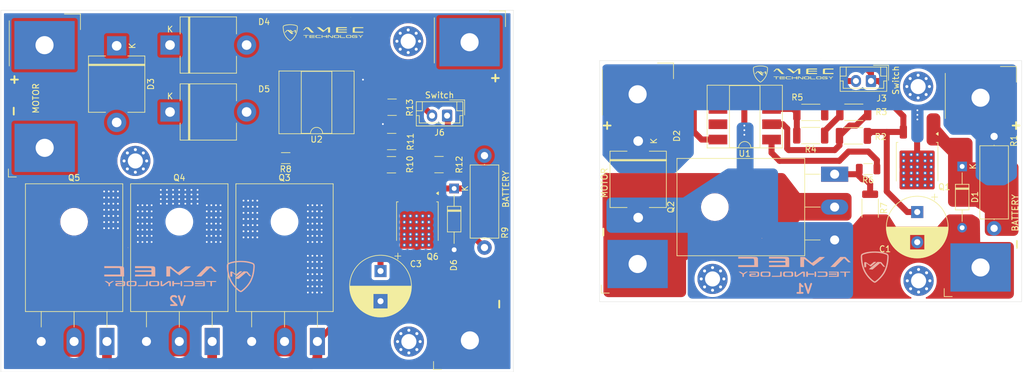
<source format=kicad_pcb>
(kicad_pcb (version 20240108) (generator "pcbnew") (generator_version "8.0")
  (layers (0 "F.Cu" signal) (31 "B.Cu" signal) (34 "B.Paste" user) (35 "F.Paste" user) (36 "B.SilkS" user "B.Silkscreen") (37 "F.SilkS" user "F.Silkscreen") (38 "B.Mask" user) (39 "F.Mask" user) (44 "Edge.Cuts" user))
  (net 0 "")
  (net 1 "GND")
  (net 2 "Net-(J3-Pin_1)")
  (net 3 "Net-(Q6-S)")
  (net 4 "GND1")
  (net 5 "Net-(D1-K)")
  (net 6 "Net-(D2-K)")
  (net 7 "Net-(D3-A)")
  (net 8 "Net-(D3-K)")
  (net 9 "Net-(D4-A)")
  (net 10 "VCC")
  (net 11 "Net-(J2-Pin_1)")
  (net 12 "Net-(J3-Pin_2)")
  (net 13 "Net-(J6-Pin_1)")
  (net 14 "Net-(J6-Pin_2)")
  (net 15 "Net-(Q2-G)")
  (net 16 "Net-(Q3-G)")
  (net 17 "Net-(U1A--)")
  (net 18 "Net-(R3-Pad2)")
  (net 19 "Net-(U1A-+)")
  (net 20 "Net-(R6-Pad1)")
  (net 21 "Net-(R8-Pad1)")
  (net 22 "Net-(U2A--)")
  (footprint "Resistor_SMD:R_1210_3225Metric" (layer "F.Cu") (at 129.704 78.354)
    (property "Reference" "R12")
    (property "Value" "10K" (hide yes))
  )
  (footprint "LOGO" (layer "F.Cu") (at 110.49 55.88)
    (property "Reference" "G***" (hide yes))
    (property "Value" "LOGO" (hide yes))
  )
  (footprint "Diode_THT:D_P600_R-6_P12.70mm_Horizontal" (layer "F.Cu") (at 162.734 74.448 -90)
    (property "Reference" "D2")
    (property "Value" "6A4 MIC" (hide yes))
  )
  (footprint "Resistor_SMD:R_2010_5025Metric" (layer "F.Cu") (at 201.204 85.5805 -90)
    (property "Reference" "R7")
    (property "Value" "10K")
  )
  (footprint "MountingHole:MountingHole_2.5mm_Pad_Via" (layer "F.Cu") (at 209.164 65.408 180)
    (property "Reference" "H1" (hide yes))
    (property "Value" "MountingHole" (hide yes))
  )
  (footprint "Package_DIP:DIP-8_W8.89mm_SMDSocket_LongPads" (layer "F.Cu") (at 180.409 70.388 180)
    (property "Reference" "U1")
    (property "Value" "LM358_DFN" (hide yes))
  )
  (footprint "Package_TO_SOT_SMD:TO-252-3_TabPin2" (layer "F.Cu") (at 208.994 77.978 -90)
    (property "Reference" "Q1")
    (property "Value" "IKFW60N60CH3E" (hide yes))
  )
  (footprint "MountingHole:MountingHole_2.5mm_Pad_Via" (layer "F.Cu") (at 175.068175 97.312175 180)
    (property "Reference" "H2" (hide yes))
    (property "Value" "MountingHole" (hide yes))
  )
  (footprint "Resistor_SMD:R_1206_3216Metric" (layer "F.Cu") (at 200.864 79.098 180)
    (property "Reference" "R6")
    (property "Value" "1.2K" (hide yes))
  )
  (footprint "Resistor_SMD:R_2010_5025Metric" (layer "F.Cu") (at 198.429 73.588 180)
    (property "Reference" "R2")
    (property "Value" "10K" (hide yes))
  )
  (footprint "Connector_PinSocket_2.54mm:PinSocket_1x02_P2.54mm_Vertical" (layer "F.Cu") (at 220.114 93.088 180)
    (property "Reference" "J1" (hide yes))
    (property "Value" "BATTERY")
  )
  (footprint "Package_TO_SOT_THT:TO-247-3_Horizontal_TabUp" (layer "F.Cu") (at 195.314 79.948 -90)
    (property "Reference" "Q2")
    (property "Value" "IRFP250N")
  )
  (footprint "Connector_JST:JST_EH_B2B-EH-A_1x02_P2.50mm_Vertical" (layer "F.Cu") (at 131.044 70.234 180)
    (property "Reference" "J6")
    (property "Value" "Switch")
  )
  (footprint "Connector_PinSocket_2.54mm:PinSocket_1x02_P2.54mm_Vertical" (layer "F.Cu") (at 134.699 95.704 180)
    (property "Reference" "J5" (hide yes))
    (property "Value" "BATTERY")
  )
  (footprint "Capacitor_THT:CP_Radial_D10.0mm_P5.00mm" (layer "F.Cu") (at 120.004 96.004 -90)
    (property "Reference" "C3")
    (property "Value" "470uf")
  )
  (footprint "Package_TO_SOT_SMD:TO-252-3_TabPin2" (layer "F.Cu") (at 126.1215 87.834 -90)
    (property "Reference" "Q6")
    (property "Value" "IKFW60N60CH3E" (hide yes))
  )
  (footprint "LOGO" (layer "F.Cu") (at 188.468 62.738)
    (property "Reference" "G***" (hide yes))
    (property "Value" "LOGO" (hide yes))
  )
  (footprint "Resistor_THT:R_Axial_DIN0414_L11.9mm_D4.5mm_P15.24mm_Horizontal" (layer "F.Cu") (at 137.244 76.864 -90)
    (property "Reference" "R9")
    (property "Value" "100k" (hide yes))
  )
  (footprint "Package_TO_SOT_THT:TO-247-3_Horizontal_TabUp" (layer "F.Cu") (at 74.634 107.684 180)
    (property "Reference" "Q5")
    (property "Value" "IRFP250N")
  )
  (footprint "Resistor_SMD:R_1210_3225Metric" (layer "F.Cu") (at 121.814 78.374 180)
    (property "Reference" "R10")
    (property "Value" "10K" (hide yes))
  )
  (footprint "Capacitor_THT:CP_Radial_D10.0mm_P5.00mm" (layer "F.Cu") (at 209.014 86.218 -90)
    (property "Reference" "C1")
    (property "Value" "1000UF")
  )
  (footprint "Diode_THT:D_DO-35_SOD27_P10.16mm_Horizontal" (layer "F.Cu") (at 216.464 78.658 -90)
    (property "Reference" "D1")
    (property "Value" "1N4745A" (hide yes))
  )
  (footprint "Diode_THT:D_P600_R-6_P12.70mm_Horizontal" (layer "F.Cu") (at 85.094 58.524)
    (property "Reference" "D4")
    (property "Value" "6A4 MIC")
  )
  (footprint "Diode_THT:D_DO-35_SOD27_P10.16mm_Horizontal" (layer "F.Cu") (at 132.214 82.314 -90)
    (property "Reference" "D6")
    (property "Value" "1N4745A" (hide yes))
  )
  (footprint "MountingHole:MountingHole_2.5mm_Pad_Via" (layer "F.Cu") (at 124.594 57.894 180)
    (property "Reference" "H5" (hide yes))
    (property "Value" "MountingHole" (hide yes))
  )
  (footprint "Connector_PinSocket_2.54mm:PinSocket_1x02_P2.54mm_Vertical" (layer "F.Cu") (at 161.9915 82.588 180)
    (property "Reference" "J2" (hide yes))
    (property "Value" "MOTOR")
  )
  (footprint "Connector_PinSocket_2.54mm:PinSocket_1x02_P2.54mm_Vertical" (layer "F.Cu") (at 64.4565 75.544 180)
    (property "Reference" "J4" (hide yes))
    (property "Value" "MOTOR")
  )
  (footprint "Diode_THT:D_P600_R-6_P12.70mm_Horizontal" (layer "F.Cu") (at 85.094 69.624)
    (property "Reference" "D5")
    (property "Value" "6A4 MIC")
  )
  (footprint "MountingHole:MountingHole_2.5mm_Pad_Via" (layer "F.Cu") (at 209.239 97.618 180)
    (property "Reference" "H3" (hide yes))
    (property "Value" "MountingHole" (hide yes))
  )
  (footprint "Resistor_SMD:R_1206_3216Metric" (layer "F.Cu") (at 104.279 77.284 180)
    (property "Reference" "R8")
    (property "Value" "330ohm")
  )
  (footprint "Package_TO_SOT_THT:TO-247-3_Horizontal_TabUp" (layer "F.Cu") (at 109.534 107.684 180)
    (property "Reference" "Q3")
    (property "Value" "IRFP250N")
  )
  (footprint "Diode_THT:D_P600_R-6_P12.70mm_Horizontal" (layer "F.Cu") (at 76.244 58.654 -90)
    (property "Reference" "D3")
    (property "Value" "6A4 MIC")
  )
  (footprint "Resistor_SMD:R_1210_3225Metric" (layer "F.Cu") (at 121.8515 74.524 180)
    (property "Reference" "R11")
    (property "Value" "10k" (hide yes))
  )
  (footprint "Resistor_SMD:R_2010_5025Metric" (layer "F.Cu") (at 191.349 73.538 180)
    (property "Reference" "R4")
    (property "Value" "10K" (hide yes))
  )
  (footprint "Connector_JST:JST_EH_B2B-EH-A_1x02_P2.50mm_Vertical" (layer "F.Cu") (at 201.344 64.488 180)
    (property "Reference" "J3")
    (property "Value" "Switch")
  )
  (footprint "Resistor_THT:R_Axial_DIN0414_L11.9mm_D4.5mm_P15.24mm_Horizontal" (layer "F.Cu") (at 221.764 73.678 -90)
    (property "Reference" "R1")
    (property "Value" "100k")
  )
  (footprint "MountingHole:MountingHole_2.5mm_Pad_Via" (layer "F.Cu") (at 124.704 107.704 180)
    (property "Reference" "H6" (hide yes))
    (property "Value" "MountingHole" (hide yes))
  )
  (footprint "Resistor_SMD:R_2010_5025Metric" (layer "F.Cu") (at 198.4915 69.678 180)
    (property "Reference" "R3")
    (property "Value" "1K" (hide yes))
  )
  (footprint "Resistor_SMD:R_1210_3225Metric" (layer "F.Cu") (at 121.92 68.834 180)
    (property "Reference" "R13")
    (property "Value" "2.2k" (hide yes))
  )
  (footprint "MountingHole:MountingHole_2.5mm_Pad_Via" (layer "F.Cu") (at 79.344 77.744 180)
    (property "Reference" "H7" (hide yes))
    (property "Value" "MountingHole" (hide yes))
  )
  (footprint "Package_DIP:DIP-8_W8.89mm_SMDSocket_LongPads" (layer "F.Cu") (at 109.394 68.034 180)
    (property "Reference" "U2")
    (property "Value" "LM358_DFN")
  )
  (footprint "Package_TO_SOT_THT:TO-247-3_Horizontal_TabUp" (layer "F.Cu") (at 92.084 107.684 180)
    (property "Reference" "Q4")
    (property "Value" "IRFP250N")
  )
  (footprint "Resistor_SMD:R_2010_5025Metric" (layer "F.Cu") (at 191.359 69.698)
    (property "Reference" "R5")
    (property "Value" "2.2K" (hide yes))
  )
  (footprint "LOGO" (layer "B.Cu") (at 86.634 95.794 180)
    (property "Reference" "G***" (hide yes))
    (property "Value" "LOGO" (hide yes))
  )
  (footprint "LOGO" (layer "B.Cu") (at 191.77 94.234 180)
    (property "Reference" "G***" (hide yes))
    (property "Value" "LOGO" (hide yes))
  )
  (gr_rect (start 57.054 52.754) (end 142.054 112.754) (stroke (width 0.05)) (fill none) (layer "Edge.Cuts"))
  (gr_rect (start 156.324 61.098) (end 226.324 101.098) (stroke (width 0.05)) (fill none) (layer "Edge.Cuts"))
  (gr_text "V1" (at 191.77 99.822 0) (layer "B.SilkS") (effects (font (size 1.5 1.5) (thickness 0.3) (bold yes)) (justify left bottom mirror)))
  (gr_text "V2" (at 87.884 101.854 0) (layer "B.SilkS") (effects (font (size 1.5 1.5) (thickness 0.3) (bold yes)) (justify left bottom mirror)))
  (gr_text "+" (at 137.922 64.77 0) (layer "F.SilkS") (effects (font (size 1.5 1.5) (thickness 0.3) (bold yes)) (justify left bottom)))
  (gr_text "-" (at 140.462 102.616 90) (layer "F.SilkS") (effects (font (size 1.5 1.5) (thickness 0.3) (bold yes)) (justify left bottom)))
  (gr_text "+" (at 224.282 72.644 0) (layer "F.SilkS") (effects (font (size 1.5 1.5) (thickness 0.3) (bold yes)) (justify left bottom)))
  (gr_text "-" (at 157.734 90.678 90) (layer "F.SilkS") (effects (font (size 1.5 1.5) (thickness 0.3) (bold yes)) (justify left bottom)))
  (gr_text "-" (at 59.944 70.612 90) (layer "F.SilkS") (effects (font (size 1.5 1.5) (thickness 0.3) (bold yes)) (justify left bottom)))
  (gr_text "+" (at 156.464 72.644 0) (layer "F.SilkS") (effects (font (size 1.5 1.5) (thickness 0.3) (bold yes)) (justify left bottom)))
  (gr_text "+" (at 58.166 65.024 0) (layer "F.SilkS") (effects (font (size 1.5 1.5) (thickness 0.3) (bold yes)) (justify left bottom)))
  (gr_text "-" (at 226.314 92.71 90) (layer "F.SilkS") (effects (font (size 1.5 1.5) (thickness 0.3) (bold yes)) (justify left bottom)))
  (segment (start 180.34 72.644) (end 180.34 73.406) (width 1) (layer "F.Cu") (net 1))
  (segment (start 182.596 66.578) (end 180.848 68.326) (width 1) (layer "F.Cu") (net 1))
  (segment (start 180.848 68.326) (end 181.102 68.072) (width 1) (layer "F.Cu") (net 1))
  (segment (start 180.34 71.882) (end 180.34 72.644) (width 1) (layer "F.Cu") (net 1))
  (segment (start 180.34 68.834) (end 180.34 71.882) (width 1) (layer "F.Cu") (net 1))
  (segment (start 181.102 68.072) (end 180.34 68.834) (width 1) (layer "F.Cu") (net 1))
  (segment (start 184.854 66.578) (end 182.596 66.578) (width 1) (layer "F.Cu") (net 1))
  (via (at 180.34 73.406) (size 0.6) (drill 0.3) (layers "F.Cu" "B.Cu") (net 1))
  (via (at 180.34 71.882) (size 0.6) (drill 0.3) (layers "F.Cu" "B.Cu") (net 1))
  (via (at 180.34 72.644) (size 0.6) (drill 0.3) (layers "F.Cu" "B.Cu") (net 1))
  (segment (start 171.958 72.898) (end 171.958 65.024) (width 1) (layer "F.Cu") (net 2))
  (segment (start 204.216 67.818) (end 206.714 70.316) (width 1) (layer "F.Cu") (net 2))
  (segment (start 202.664 64.488) (end 204.216 66.04) (width 1) (layer "F.Cu") (net 2))
  (segment (start 174.498 62.484) (end 200.66 62.484) (width 1) (layer "F.Cu") (net 2))
  (segment (start 201.3915 72.938) (end 203.962 72.938) (width 1) (layer "F.Cu") (net 2))
  (segment (start 175.964 74.198) (end 173.258 74.198) (width 1) (layer "F.Cu") (net 2))
  (segment (start 203.962 72.938) (end 206.714 72.938) (width 1) (layer "F.Cu") (net 2))
  (segment (start 200.7415 73.588) (end 201.3915 72.938) (width 1) (layer "F.Cu") (net 2))
  (segment (start 173.258 74.198) (end 171.958 72.898) (width 1) (layer "F.Cu") (net 2))
  (segment (start 207.376 86.218) (end 203.962 82.804) (width 1) (layer "F.Cu") (net 2))
  (segment (start 203.962 82.804) (end 203.962 72.938) (width 1) (layer "F.Cu") (net 2))
  (segment (start 171.958 65.024) (end 174.498 62.484) (width 1) (layer "F.Cu") (net 2))
  (segment (start 200.66 62.484) (end 201.344 63.168) (width 1) (layer "F.Cu") (net 2))
  (segment (start 201.344 64.488) (end 202.664 64.488) (width 1) (layer "F.Cu") (net 2))
  (segment (start 206.714 70.316) (end 206.714 72.938) (width 1) (layer "F.Cu") (net 2))
  (segment (start 204.216 66.04) (end 204.216 67.818) (width 1) (layer "F.Cu") (net 2))
  (segment (start 209.014 86.218) (end 207.376 86.218) (width 1) (layer "F.Cu") (net 2))
  (segment (start 201.344 63.168) (end 201.344 64.488) (width 1) (layer "F.Cu") (net 2))
  (segment (start 123.8415 82.794) (end 121.168 82.794) (width 1) (layer "F.Cu") (net 3))
  (segment (start 121.168 82.794) (end 120.004 83.958) (width 1) (layer "F.Cu") (net 3))
  (segment (start 120.004 83.958) (end 120.004 96.004) (width 1) (layer "F.Cu") (net 3))
  (segment (start 120.4575 68.834) (end 120.4575 71.5665) (width 1) (layer "F.Cu") (net 4))
  (segment (start 120.4575 74.4555) (end 120.389 74.524) (width 1) (layer "F.Cu") (net 4))
  (segment (start 113.839 64.224) (end 117.056 64.224) (width 1) (layer "F.Cu") (net 4))
  (segment (start 120.396 71.628) (end 120.4575 71.6895) (width 1) (layer "F.Cu") (net 4))
  (segment (start 120.4575 71.6895) (end 120.4575 74.4555) (width 1) (layer "F.Cu") (net 4))
  (segment (start 117.056 64.224) (end 117.094 64.262) (width 1) (layer "F.Cu") (net 4))
  (segment (start 120.4575 71.5665) (end 120.396 71.628) (width 1) (layer "F.Cu") (net 4))
  (via (at 79.756 91.186) (size 0.6) (drill 0.3) (layers "F.Cu" "B.Cu") (net 4))
  (via (at 108.712 93.472) (size 0.6) (drill 0.3) (layers "F.Cu" "B.Cu") (net 4))
  (via (at 74.168 85.852) (size 0.6) (drill 0.3) (layers "F.Cu" "B.Cu") (net 4))
  (via (at 99.568 89.408) (size 0.6) (drill 0.3) (layers "F.Cu" "B.Cu") (net 4))
  (via (at 84.582 84.836) (size 0.6) (drill 0.3) (layers "F.Cu" "B.Cu") (net 4))
  (via (at 107.95 93.472) (size 0.6) (drill 0.3) (layers "F.Cu" "B.Cu") (net 4))
  (via (at 108.712 98.552) (size 0.6) (drill 0.3) (layers "F.Cu" "B.Cu") (net 4))
  (via (at 107.95 98.552) (size 0.6) (drill 0.3) (layers "F.Cu" "B.Cu") (net 4))
  (via (at 92.71 89.154) (size 0.6) (drill 0.3) (layers "F.Cu" "B.Cu") (net 4))
  (via (at 89.662 84.836) (size 0.6) (drill 0.3) (layers "F.Cu" "B.Cu") (net 4))
  (via (at 109.474 85.09) (size 0.6) (drill 0.3) (layers "F.Cu" "B.Cu") (net 4))
  (via (at 107.95 96.52) (size 0.6) (drill 0.3) (layers "F.Cu" "B.Cu") (net 4))
  (via (at 98.044 84.328) (size 0.6) (drill 0.3) (layers "F.Cu" "B.Cu") (net 4))
  (via (at 109.474 88.138) (size 0.6) (drill 0.3) (layers "F.Cu" "B.Cu") (net 4))
  (via (at 88.646 83.312) (size 0.6) (drill 0.3) (layers "F.Cu" "B.Cu") (net 4))
  (via (at 75.692 85.852) (size 0.6) (drill 0.3) (layers "F.Cu" "B.Cu") (net 4))
  (via (at 107.95 87.122) (size 0.6) (drill 0.3) (layers "F.Cu" "B.Cu") (net 4))
  (via (at 82.042 89.154) (size 0.6) (drill 0.3) (layers "F.Cu" "B.Cu") (net 4))
  (via (at 99.568 90.424) (size 0.6) (drill 0.3) (layers "F.Cu" "B.Cu") (net 4))
  (via (at 80.518 89.154) (size 0.6) (drill 0.3) (layers "F.Cu" "B.Cu") (net 4))
  (via (at 80.518 91.186) (size 0.6) (drill 0.3) (layers "F.Cu" "B.Cu") (net 4))
  (via (at 109.474 98.552) (size 0.6) (drill 0.3) (layers "F.Cu" "B.Cu") (net 4))
  (via (at 74.93 86.868) (size 0.6) (drill 0.3) (layers "F.Cu" "B.Cu") (net 4))
  (via (at 79.756 86.106) (size 0.6) (drill 0.3) (layers "F.Cu" "B.Cu") (net 4))
  (via (at 99.568 84.328) (size 0.6) (drill 0.3) (layers "F.Cu" "B.Cu") (net 4))
  (via (at 108.712 85.09) (size 0.6) (drill 0.3) (layers "F.Cu" "B.Cu") (net 4))
  (via (at 110.236 93.472) (size 0.6) (drill 0.3) (layers "F.Cu" "B.Cu") (net 4))
  (via (at 74.168 86.868) (size 0.6) (drill 0.3) (layers "F.Cu" "B.Cu") (net 4))
  (via (at 110.236 99.568) (size 0.6) (drill 0.3) (layers "F.Cu" "B.Cu") (net 4))
  (via (at 89.662 84.074) (size 0.6) (drill 0.3) (layers "F.Cu" "B.Cu") (net 4))
  (via (at 81.28 86.106) (size 0.6) (drill 0.3) (layers "F.Cu" "B.Cu") (net 4))
  (via (at 97.282 87.376) (size 0.6) (drill 0.3) (layers "F.Cu" "B.Cu") (net 4))
  (via (at 74.93 85.852) (size 0.6) (drill 0.3) (layers "F.Cu" "B.Cu") (net 4))
  (via (at 98.806 89.408) (size 0.6) (drill 0.3) (layers "F.Cu" "B.Cu") (net 4))
  (via (at 97.282 89.408) (size 0.6) (drill 0.3) (layers "F.Cu" "B.Cu") (net 4))
  (via (at 88.646 84.074) (size 0.6) (drill 0.3) (layers "F.Cu" "B.Cu") (net 4))
  (via (at 97.282 86.36) (size 0.6) (drill 0.3) (layers "F.Cu" "B.Cu") (net 4))
  (via (at 91.948 89.154) (size 0.6) (drill 0.3) (layers "F.Cu" "B.Cu") (net 4))
  (via (at 74.93 82.804) (size 0.6) (drill 0.3) (layers "F.Cu" "B.Cu") (net 4))
  (via (at 75.692 87.884) (size 0.6) (drill 0.3) (layers "F.Cu" "B.Cu") (net 4))
  (via (at 110.236 97.536) (size 0.6) (drill 0.3) (layers "F.Cu" "B.Cu") (net 4))
  (via (at 99.568 87.376) (size 0.6) (drill 0.3) (layers "F.Cu" "B.Cu") (net 4))
  (via (at 83.566 83.312) (size 0.6) (drill 0.3) (layers "F.Cu" "B.Cu") (net 4))
  (via (at 109.474 97.536) (size 0.6) (drill 0.3) (layers "F.Cu" "B.Cu") (net 4))
  (via (at 86.614 84.836) (size 0.6) (drill 0.3) (layers "F.Cu" "B.Cu") (net 4))
  (via (at 91.948 90.17) (size 0.6) (drill 0.3) (layers "F.Cu" "B.Cu") (net 4))
  (via (at 108.712 97.536) (size 0.6) (drill 0.3) (layers "F.Cu" "B.Cu") (net 4))
  (via (at 98.806 84.328) (size 0.6) (drill 0.3) (layers "F.Cu" "B.Cu") (net 4))
  (via (at 82.042 90.17) (size 0.6) (drill 0.3) (layers "F.Cu" "B.Cu") (net 4))
  (via (at 79.756 90.17) (size 0.6) (drill 0.3) (layers "F.Cu" "B.Cu") (net 4))
  (via (at 117.094 64.262) (size 0.6) (drill 0.3) (layers "F.Cu" "B.Cu") (net 4))
  (via (at 74.168 82.804) (size 0.6) (drill 0.3) (layers "F.Cu" "B.Cu") (net 4))
  (via (at 74.93 87.884) (size 0.6) (drill 0.3) (layers "F.Cu" "B.Cu") (net 4))
  (via (at 82.042 86.106) (size 0.6) (drill 0.3) (layers "F.Cu" "B.Cu") (net 4))
  (via (at 108.712 94.488) (size 0.6) (drill 0.3) (layers "F.Cu" "B.Cu") (net 4))
  (via (at 86.614 82.55) (size 0.6) (drill 0.3) (layers "F.Cu" "B.Cu") (net 4))
  (via (at 108.712 95.504) (size 0.6) (drill 0.3) (layers "F.Cu" "B.Cu") (net 4))
  (via (at 74.168 87.884) (size 0.6) (drill 0.3) (layers "F.Cu" "B.Cu") (net 4))
  (via (at 76.454 84.836) (size 0.6) (drill 0.3) (layers "F.Cu" "B.Cu") (net 4))
  (via (at 110.236 96.52) (size 0.6) (drill 0.3) (layers "F.Cu" "B.Cu") (net 4))
  (via (at 93.472 88.138) (size 0.6) (drill 0.3) (layers "F.Cu" "B.Cu") (net 4))
  (via (at 98.044 85.344) (size 0.6) (drill 0.3) (layers "F.Cu" "B.Cu") (net 4))
  (via (at 91.186 88.138) (size 0.6) (drill 0.3) (layers "F.Cu" "B.Cu") (net 4))
  (via (at 109.474 86.106) (size 0.6) (drill 0.3) (layers "F.Cu" "B.Cu") (net 4))
  (via (at 97.282 84.328) (size 0.6) (drill 0.3) (layers "F.Cu" "B.Cu") (net 4))
  (via (at 85.598 83.312) (size 0.6) (drill 0.3) (layers "F.Cu" "B.Cu") (net 4))
  (via (at 110.236 94.488) (size 0.6) (drill 0.3) (layers "F.Cu" "B.Cu") (net 4))
  (via (at 108.712 89.154) (size 0.6) (drill 0.3) (layers "F.Cu" "B.Cu") (net 4))
  (via (at 98.806 90.424) (size 0.6) (drill 0.3) (layers "F.Cu" "B.Cu") (net 4))
  (via (at 98.044 86.36) (size 0.6) (drill 0.3) (layers "F.Cu" "B.Cu") (net 4))
  (via (at 107.95 97.536) (size 0.6) (drill 0.3) (layers "F.Cu" "B.Cu") (net 4))
  (via (at 109.474 96.52) (size 0.6) (drill 0.3) (layers "F.Cu" "B.Cu") (net 4))
  (via (at 79.756 88.138) (size 0.6) (drill 0.3) (layers "F.Cu" "B.Cu") (net 4))
  (via (at 92.71 91.186) (size 0.6) (drill 0.3) (layers "F.Cu" "B.Cu") (net 4))
  (via (at 107.95 99.568) (size 0.6) (drill 0.3) (layers "F.Cu" "B.Cu") (net 4))
  (via (at 108.712 91.186) (size 0.6) (drill 0.3) (layers "F.Cu" "B.Cu") (net 4))
  (via (at 109.474 89.154) (size 0.6) (drill 0.3) (layers "F.Cu" "B.Cu") (net 4))
  (via (at 98.806 85.344) (size 0.6) (drill 0.3) (layers "F.Cu" "B.Cu") (net 4))
  (via (at 110.236 91.186) (size 0.6) (drill 0.3) (layers "F.Cu" "B.Cu") (net 4))
  (via (at 92.71 87.122) (size 0.6) (drill 0.3) (layers "F.Cu" "B.Cu") (net 4))
  (via (at 75.692 88.9) (size 0.6) (drill 0.3) (layers "F.Cu" "B.Cu") (net 4))
  (via (at 120.396 71.628) (size 0.6) (drill 0.3) (layers "F.Cu" "B.Cu") (net 4))
  (via (at 82.042 85.09) (size 0.6) (drill 0.3) (layers "F.Cu" "B.Cu") (net 4))
  (via (at 110.236 95.504) (size 0.6) (drill 0.3) (layers "F.Cu" "B.Cu") (net 4))
  (via (at 99.568 85.344) (size 0.6) (drill 0.3) (layers "F.Cu" "B.Cu") (net 4))
  (via (at 98.044 89.408) (size 0.6) (drill 0.3) (layers "F.Cu" "B.Cu") (net 4))
  (via (at 82.042 87.122) (size 0.6) (drill 0.3) (layers "F.Cu" "B.Cu") (net 4))
  (via (at 109.474 99.568) (size 0.6) (drill 0.3) (layers "F.Cu" "B.Cu") (net 4))
  (via (at 109.474 94.488) (size 0.6) (drill 0.3) (layers "F.Cu" "B.Cu") (net 4))
  (via (at 81.28 85.09) (size 0.6) (drill 0.3) (layers "F.Cu" "B.Cu") (net 4))
  (via (at 107.95 89.154) (size 0.6) (drill 0.3) (layers "F.Cu" "B.Cu") (net 4))
  (via (at 74.93 84.836) (size 0.6) (drill 0.3) (layers "F.Cu" "B.Cu") (net 4))
  (via (at 81.28 89.154) (size 0.6) (drill 0.3) (layers "F.Cu" "B.Cu") (net 4))
  (via (at 80.518 88.138) (size 0.6) (drill 0.3) (layers "F.Cu" "B.Cu") (net 4))
  (via (at 110.236 89.154) (size 0.6) (drill 0.3) (layers "F.Cu" "B.Cu") (net 4))
  (via (at 74.93 88.9) (size 0.6) (drill 0.3) (layers "F.Cu" "B.Cu") (net 4))
  (via (at 74.168 84.836) (size 0.6) (drill 0.3) (layers "F.Cu" "B.Cu") (net 4))
  (via (at 80.518 85.09) (size 0.6) (drill 0.3) (layers "F.Cu" "B.Cu") (net 4))
  (via (at 76.454 85.852) (size 0.6) (drill 0.3) (layers "F.Cu" "B.Cu") (net 4))
  (via (at 108.712 96.52) (size 0.6) (drill 0.3) (layers "F.Cu" "B.Cu") (net 4))
  (via (at 85.598 82.55) (size 0.6) (drill 0.3) (layers "F.Cu" "B.Cu") (net 4))
  (via (at 93.472 85.09) (size 0.6) (drill 0.3) (layers "F.Cu" "B.Cu") (net 4))
  (via (at 98.806 88.392) (size 0.6) (drill 0.3) (layers "F.Cu" "B.Cu") (net 4))
  (via (at 88.646 84.836) (size 0.6) (drill 0.3) (layers "F.Cu" "B.Cu") (net 4))
  (via (at 107.95 85.09) (size 0.6) (drill 0.3) (layers "F.Cu" "B.Cu") (net 4))
  (via (at 97.282 90.424) (size 0.6) (drill 0.3) (layers "F.Cu" "B.Cu") (net 4))
  (via (at 76.454 86.868) (size 0.6) (drill 0.3) (layers "F.Cu" "B.Cu") (net 4))
  (via (at 97.282 85.344) (size 0.6) (drill 0.3) (layers "F.Cu" "B.Cu") (net 4))
  (via (at 108.712 99.568) (size 0.6) (drill 0.3) (layers "F.Cu" "B.Cu") (net 4))
  (via (at 87.63 84.836) (size 0.6) (drill 0.3) (layers "F.Cu" "B.Cu") (net 4))
  (via (at 97.282 88.392) (size 0.6) (drill 0.3) (layers "F.Cu" "B.Cu") (net 4))
  (via (at 86.614 84.074) (size 0.6) (drill 0.3) (layers "F.Cu" "B.Cu") (net 4))
  (via (at 107.95 95.504) (size 0.6) (drill 0.3) (layers "F.Cu" "B.Cu") (net 4))
  (via (at 81.28 88.138) (size 0.6) (drill 0.3) (layers "F.Cu" "B.Cu") (net 4))
  (via (at 75.692 86.868) (size 0.6) (drill 0.3) (layers "F.Cu" "B.Cu") (net 4))
  (via (at 83.566 84.836) (size 0.6) (drill 0.3) (layers "F.Cu" "B.Cu") (net 4))
  (via (at 107.95 86.106) (size 0.6) (drill 0.3) (layers "F.Cu" "B.Cu") (net 4))
  (via (at 84.582 82.55) (size 0.6) (drill 0.3) (layers "F.Cu" "B.Cu") (net 4))
  (via (at 110.236 88.138) (size 0.6) (drill 0.3) (layers "F.Cu" "B.Cu") (net 4))
  (via (at 76.454 83.82) (size 0.6) (drill 0.3) (layers "F.Cu" "B.Cu") (net 4))
  (via (at 80.518 90.17) (size 0.6) (drill 0.3) (layers "F.Cu" "B.Cu") (net 4))
  (via (at 110.236 85.09) (size 0.6) (drill 0.3) (layers "F.Cu" "B.Cu") (net 4))
  (via (at 98.806 86.36) (size 0.6) (drill 0.3) (layers "F.Cu" "B.Cu") (net 4))
  (via (at 110.236 90.17) (size 0.6) (drill 0.3) (layers "F.Cu" "B.Cu") (net 4))
  (via (at 92.71 88.138) (size 0.6) (drill 0.3) (layers "F.Cu" "B.Cu") (net 4))
  (via (at 80.518 86.106) (size 0.6) (drill 0.3) (layers "F.Cu" "B.Cu") (net 4))
  (via (at 87.63 83.312) (size 0.6) (drill 0.3) (layers "F.Cu" "B.Cu") (net 4))
  (via (at 89.662 83.312) (size 0.6) (drill 0.3) (layers "F.Cu" "B.Cu") (net 4))
  (via (at 75.692 84.836) (size 0.6) (drill 0.3) (layers "F.Cu" "B.Cu") (net 4))
  (via (at 91.186 85.09) (size 0.6) (drill 0.3) (layers "F.Cu" "B.Cu") (net 4))
  (via (at 88.646 82.55) (size 0.6) (drill 0.3) (layers "F.Cu" "B.Cu") (net 4))
  (via (at 91.948 91.186) (size 0.6) (drill 0.3) (layers "F.Cu" "B.Cu") (net 4))
  (via (at 83.566 84.074) (size 0.6) (drill 0.3) (layers "F.Cu" "B.Cu") (net 4))
  (via (at 98.806 87.376) (size 0.6) (drill 0.3) (layers "F.Cu" "B.Cu") (net 4))
  (via (at 91.186 87.122) (size 0.6) (drill 0.3) (layers "F.Cu" "B.Cu") (net 4))
  (via (at 91.948 85.09) (size 0.6) (drill 0.3) (layers "F.Cu" "B.Cu") (net 4))
  (via (at 75.692 82.804) (size 0.6) (drill 0.3) (layers "F.Cu" "B.Cu") (net 4))
  (via (at 91.948 87.122) (size 0.6) (drill 0.3) (layers "F.Cu" "B.Cu") (net 4))
  (via (at 107.95 94.488) (size 0.6) (drill 0.3) (layers "F.Cu" "B.Cu") (net 4))
  (via (at 81.28 87.122) (size 0.6) (drill 0.3) (layers "F.Cu" "B.Cu") (net 4))
  (via (at 92.71 85.09) (size 0.6) (drill 0.3) (layers "F.Cu" "B.Cu") (net 4))
  (via (at 81.28 90.17) (size 0.6) (drill 0.3) (layers "F.Cu" "B.Cu") (net 4))
  (via (at 93.472 91.186) (size 0.6) (drill 0.3) (layers "F.Cu" "B.Cu") (net 4))
  (via (at 99.568 88.392) (size 0.6) (drill 0.3) (layers "F.Cu" "B.Cu") (net 4))
  (via (at 91.948 88.138) (size 0.6) (drill 0.3) (layers "F.Cu" "B.Cu") (net 4))
  (via (at 91.186 91.186) (size 0.6) (drill 0.3) (layers "F.Cu" "B.Cu") (net 4))
  (via (at 92.71 90.17) (size 0.6) (drill 0.3) (layers "F.Cu" "B.Cu") (net 4))
  (via (at 93.472 87.122) (size 0.6) (drill 0.3) (layers "F.Cu" "B.Cu") (net 4))
  (via (at 93.472 89.154) (size 0.6) (drill 0.3) (layers "F.Cu" "B.Cu") (net 4))
  (via (at 109.474 93.472) (size 0.6) (drill 0.3) (layers "F.Cu" "B.Cu") (net 4))
  (via (at 98.044 88.392) (size 0.6) (drill 0.3) (layers "F.Cu" "B.Cu") (net 4))
  (via (at 74.93 83.82) (size 0.6) (drill 0.3) (layers "F.Cu" "B.Cu") (net 4))
  (via (at 85.598 84.074) (size 0.6) (drill 0.3) (layers "F.Cu" "B.Cu") (net 4))
  (via (at 91.186 90.17) (size 0.6) (drill 0.3) (layers "F.Cu" "B.Cu") (net 4))
  (via (at 76.454 88.9) (size 0.6) (drill 0.3) (layers "F.Cu" "B.Cu") (net 4))
  (via (at 107.95 90.17) (size 0.6) (drill 0.3) (layers "F.Cu" "B.Cu") (net 4))
  (via (at 74.168 88.9) (size 0.6) (drill 0.3) (layers "F.Cu" "B.Cu") (net 4))
  (via (at 109.474 95.504) (size 0.6) (drill 0.3) (layers "F.Cu" "B.Cu") (net 4))
  (via (at 98.044 90.424) (size 0.6) (drill 0.3) (layers "F.Cu" "B.Cu") (net 4))
  (via (at 110.236 87.122) (size 0.6) (drill 0.3) (layers "F.Cu" "B.Cu") (net 4))
  (via (at 107.95 91.186) (size 0.6) (drill 0.3) (layers "F.Cu" "B.Cu") (net 4))
  (via (at 84.582 83.312) (size 0.6) (drill 0.3) (layers "F.Cu" "B.Cu") (net 4))
  (via (at 108.712 87.122) (size 0.6) (drill 0.3) (layers "F.Cu" "B.Cu") (net 4))
  (via (at 89.662 82.55) (size 0.6) (drill 0.3) (layers "F.Cu" "B.Cu") (net 4))
  (via (at 76.454 87.884) (size 0.6) (drill 0.3) (layers "F.Cu" "B.Cu") (net 4))
  (via (at 109.474 91.186) (size 0.6) (drill 0.3) (layers "F.Cu" "B.Cu") (net 4))
  (via (at 107.95 88.138) (size 0.6) (drill 0.3) (layers "F.Cu" "B.Cu") (net 4))
  (via (at 92.71 86.106) (size 0.6) (drill 0.3) (layers "F.Cu" "B.Cu") (net 4))
  (via (at 110.236 86.106) (size 0.6) (drill 0.3) (layers "F.Cu" "B.Cu") (net 4))
  (via (at 83.566 82.55) (size 0.6) (drill 0.3) (layers "F.Cu" "B.Cu") (net 4))
  (via (at 82.042 88.138) (size 0.6) (drill 0.3) (layers "F.Cu" "B.Cu") (net 4))
  (via (at 93.472 90.17) (size 0.6) (drill 0.3) (layers "F.Cu" "B.Cu") (net 4))
  (via (at 108.712 86.106) (size 0.6) (drill 0.3) (layers "F.Cu" "B.Cu") (net 4))
  (via (at 86.614 83.312) (size 0.6) (drill 0.3) (layers "F.Cu" "B.Cu") (net 4))
  (via (at 108.712 88.138) (size 0.6) (drill 0.3) (layers "F.Cu" "B.Cu") (net 4))
  (via (at 99.568 86.36) (size 0.6) (drill 0.3) (layers "F.Cu" "B.Cu") (net 4))
  (via (at 79.756 87.122) (size 0.6) (drill 0.3) (layers "F.Cu" "B.Cu") (net 4))
  (via (at 79.756 85.09) (size 0.6) (drill 0.3) (layers "F.Cu" "B.Cu") (net 4))
  (via (at 81.28 91.186) (size 0.6) (drill 0.3) (layers "F.Cu" "B.Cu") (net 4))
  (via (at 109.474 87.122) (size 0.6) (drill 0.3) (layers "F.Cu" "B.Cu") (net 4))
  (via (at 98.044 87.376) (size 0.6) (drill 0.3) (layers "F.Cu" "B.Cu") (net 4))
  (via (at 75.692 83.82) (size 0.6) (drill 0.3) (layers "F.Cu" "B.Cu") (net 4))
  (via (at 80.518 87.122) (size 0.6) (drill 0.3) (layers "F.Cu" "B.Cu") (net 4))
  (via (at 91.948 86.106) (size 0.6) (drill 0.3) (layers "F.Cu" "B.Cu") (net 4))
  (via (at 91.186 89.154) (size 0.6) (drill 0.3) (layers "F.Cu" "B.Cu") (net 4))
  (via (at 91.186 86.106) (size 0.6) (drill 0.3) (layers "F.Cu" "B.Cu") (net 4))
  (via (at 109.474 90.17) (size 0.6) (drill 0.3) (layers "F.Cu" "B.Cu") (net 4))
  (via (at 79.756 89.154) (size 0.6) (drill 0.3) (layers "F.Cu" "B.Cu") (net 4))
  (via (at 110.236 98.552) (size 0.6) (drill 0.3) (layers "F.Cu" "B.Cu") (net 4))
  (via (at 87.63 84.074) (size 0.6) (drill 0.3) (layers "F.Cu" "B.Cu") (net 4))
  (via (at 108.712 90.17) (size 0.6) (drill 0.3) (layers "F.Cu" "B.Cu") (net 4))
  (via (at 74.168 83.82) (size 0.6) (drill 0.3) (layers "F.Cu" "B.Cu") (net 4))
  (via (at 82.042 91.186) (size 0.6) (drill 0.3) (layers "F.Cu" "B.Cu") (net 4))
  (via (at 93.472 86.106) (size 0.6) (drill 0.3) (layers "F.Cu" "B.Cu") (net 4))
  (via (at 84.582 84.074) (size 0.6) (drill 0.3) (layers "F.Cu" "B.Cu") (net 4))
  (via (at 87.63 82.55) (size 0.6) (drill 0.3) (layers "F.Cu" "B.Cu") (net 4))
  (via (at 85.598 84.836) (size 0.6) (drill 0.3) (layers "F.Cu" "B.Cu") (net 4))
  (via (at 76.454 82.804) (size 0.6) (drill 0.3) (layers "F.Cu" "B.Cu") (net 4))
  (segment (start 208.994 72.938) (end 208.994 76.66) (width 1) (layer "F.Cu") (net 6))
  (segment (start 208.994 70.914) (end 209.042 70.866) (width 1) (layer "F.Cu") (net 6))
  (segment (start 208.994 72.938) (end 208.994 70.914) (width 1) (layer "F.Cu") (net 6))
  (segment (start 208.994 70.818) (end 208.994 70.152) (width 1) (layer "F.Cu") (net 6))
  (segment (start 208.994 69.39) (end 209.042 69.342) (width 1) (layer "F.Cu") (net 6))
  (segment (start 209.042 76.708) (end 208.994 76.756) (width 1) (layer "F.Cu") (net 6))
  (segment (start 208.994 70.056) (end 208.994 69.39) (width 1) (layer "F.Cu") (net 6))
  (segment (start 208.994 76.756) (end 208.994 79.238) (width 1) (layer "F.Cu") (net 6))
  (segment (start 208.994 70.152) (end 209.042 70.104) (width 1) (layer "F.Cu") (net 6))
  (segment (start 208.994 76.66) (end 209.042 76.708) (width 1) (layer "F.Cu") (net 6))
  (segment (start 209.042 70.104) (end 208.994 70.056) (width 1) (layer "F.Cu") (net 6))
  (segment (start 209.042 70.866) (end 208.994 70.818) (width 1) (layer "F.Cu") (net 6))
  (via (at 209.042 77.724) (size 0.6) (drill 0.3) (layers "F.Cu" "B.Cu") (net 6))
  (via (at 208.026 77.724) (size 0.6) (drill 0.3) (layers "F.Cu" "B.Cu") (net 6))
  (via (at 211.328 78.74) (size 0.6) (drill 0.3) (layers "F.Cu" "B.Cu") (net 6))
  (via (at 208.026 78.74) (size 0.6) (drill 0.3) (layers "F.Cu" "B.Cu") (net 6))
  (via (at 211.328 76.708) (size 0.6) (drill 0.3) (layers "F.Cu" "B.Cu") (net 6))
  (via (at 210.312 81.788) (size 0.6) (drill 0.3) (layers "F.Cu" "B.Cu") (net 6))
  (via (at 209.042 80.772) (size 0.6) (drill 0.3) (layers "F.Cu" "B.Cu") (net 6))
  (via (at 209.042 79.756) (size 0.6) (drill 0.3) (layers "F.Cu" "B.Cu") (net 6))
  (via (at 211.328 80.772) (size 0.6) (drill 0.3) (layers "F.Cu" "B.Cu") (net 6))
  (via (at 208.026 80.772) (size 0.6) (drill 0.3) (layers "F.Cu" "B.Cu") (net 6))
  (via (at 210.312 79.756) (size 0.6) (drill 0.3) (layers "F.Cu" "B.Cu") (net 6))
  (via (at 209.042 78.74) (size 0.6) (drill 0.3) (layers "F.Cu" "B.Cu") (net 6))
  (via (at 211.328 77.724) (size 0.6) (drill 0.3) (layers "F.Cu" "B.Cu") (net 6))
  (via (at 208.026 81.788) (size 0.6) (drill 0.3) (layers "F.Cu" "B.Cu") (net 6))
  (via (at 210.312 78.74) (size 0.6) (drill 0.3) (layers "F.Cu" "B.Cu") (net 6))
  (via (at 206.756 80.772) (size 0.6) (drill 0.3) (layers "F.Cu" "B.Cu") (net 6))
  (via (at 211.328 81.788) (size 0.6) (drill 0.3) (layers "F.Cu" "B.Cu") (net 6))
  (via (at 206.756 81.788) (size 0.6) (drill 0.3) (layers "F.Cu" "B.Cu") (net 6))
  (via (at 209.042 76.708) (size 0.6) (drill 0.3) (layers "F.Cu" "B.Cu") (net 6))
  (via (at 210.312 77.724) (size 0.6) (drill 0.3) (layers "F.Cu" "B.Cu") (net 6))
  (via (at 210.312 76.708) (size 0.6) (drill 0.3) (layers "F.Cu" "B.Cu") (net 6))
  (via (at 208.026 79.756) (size 0.6) (drill 0.3) (layers "F.Cu" "B.Cu") (net 6))
  (via (at 208.026 76.708) (size 0.6) (drill 0.3) (layers "F.Cu" "B.Cu") (net 6))
  (via (at 206.756 78.74) (size 0.6) (drill 0.3) (layers "F.Cu" "B.Cu") (net 6))
  (via (at 206.756 79.756) (size 0.6) (drill 0.3) (layers "F.Cu" "B.Cu") (net 6))
  (via (at 210.312 80.772) (size 0.6) (drill 0.3) (layers "F.Cu" "B.Cu") (net 6))
  (via (at 209.042 81.788) (size 0.6) (drill 0.3) (layers "F.Cu" "B.Cu") (net 6))
  (via (at 209.042 69.342) (size 0.6) (drill 0.3) (layers "F.Cu" "B.Cu") (net 6))
  (via (at 209.042 70.104) (size 0.6) (drill 0.3) (layers "F.Cu" "B.Cu") (net 6))
  (via (at 209.042 70.866) (size 0.6) (drill 0.3) (layers "F.Cu" "B.Cu") (net 6))
  (via (at 206.756 77.724) (size 0.6) (drill 0.3) (layers "F.Cu" "B.Cu") (net 6))
  (via (at 206.756 76.708) (size 0.6) (drill 0.3) (layers "F.Cu" "B.Cu") (net 6))
  (via (at 211.328 79.756) (size 0.6) (drill 0.3) (layers "F.Cu" "B.Cu") (net 6))
  (segment (start 126.1215 88.0215) (end 126.1215 89.094) (width 1) (layer "F.Cu") (net 9))
  (segment (start 125.984 86.868) (end 126.1215 87.0055) (width 1) (layer "F.Cu") (net 9))
  (segment (start 128.524 96.52) (end 126.1215 94.1175) (width 1) (layer "F.Cu") (net 9))
  (segment (start 137.922 96.52) (end 128.524 96.52) (width 1) (layer "F.Cu") (net 9))
  (segment (start 138.938 88.9) (end 140.208 90.17) (width 1) (layer "F.Cu") (net 9))
  (segment (start 126.1215 86.7305) (end 125.984 86.868) (width 1) (layer "F.Cu") (net 9))
  (segment (start 126.1215 82.794) (end 126.1215 86.7305) (width 1) (layer "F.Cu") (net 9))
  (segment (start 126.1215 87.7465) (end 125.984 87.884) (width 1) (layer "F.Cu") (net 9))
  (segment (start 137.244 76.864) (end 138.938 78.558) (width 1) (layer "F.Cu") (net 9))
  (segment (start 125.984 87.884) (end 126.1215 88.0215) (width 1) (layer "F.Cu") (net 9))
  (segment (start 140.208 94.234) (end 137.922 96.52) (width 1) (layer "F.Cu") (net 9))
  (segment (start 140.208 90.17) (end 140.208 94.234) (width 1) (layer "F.Cu") (net 9))
  (segment (start 138.938 78.558) (end 138.938 88.9) (width 1) (layer "F.Cu") (net 9))
  (segment (start 126.1215 94.1175) (end 126.1215 89.094) (width 1) (layer "F.Cu") (net 9))
  (segment (start 126.1215 87.0055) (end 126.1215 87.7465) (width 1) (layer "F.Cu") (net 9))
  (via (at 124.968 89.916) (size 0.6) (drill 0.3) (layers "F.Cu" "B.Cu") (net 9))
  (via (at 128.016 88.9) (size 0.6) (drill 0.3) (layers "F.Cu" "B.Cu") (net 9))
  (via (at 124.968 88.9) (size 0.6) (drill 0.3) (layers "F.Cu" "B.Cu") (net 9))
  (via (at 124.968 86.868) (size 0.6) (drill 0.3) (layers "F.Cu" "B.Cu") (net 9))
  (via (at 124.968 90.678) (size 0.6) (drill 0.3) (layers "F.Cu" "B.Cu") (net 9))
  (via (at 125.984 90.678) (size 0.6) (drill 0.3) (layers "F.Cu" "B.Cu") (net 9))
  (via (at 123.952 91.694) (size 0.6) (drill 0.3) (layers "F.Cu" "B.Cu") (net 9))
  (via (at 128.016 87.884) (size 0.6) (drill 0.3) (layers "F.Cu" "B.Cu") (net 9))
  (via (at 127 88.9) (size 0.6) (drill 0.3) (layers "F.Cu" "B.Cu") (net 9))
  (via (at 125.984 89.916) (size 0.6) (drill 0.3) (layers "F.Cu" "B.Cu") (net 9))
  (via (at 125.984 88.9) (size 0.6) (drill 0.3) (layers "F.Cu" "B.Cu") (net 9))
  (via (at 123.952 89.916) (size 0.6) (drill 0.3) (layers "F.Cu" "B.Cu") (net 9))
  (via (at 125.984 86.868) (size 0.6) (drill 0.3) (layers "F.Cu" "B.Cu") (net 9))
  (via (at 128.016 90.678) (size 0.6) (drill 0.3) (layers "F.Cu" "B.Cu") (net 9))
  (via (at 125.984 87.884) (size 0.6) (drill 0.3) (layers "F.Cu" "B.Cu") (net 9))
  (via (at 125.984 91.694) (size 0.6) (drill 0.3) (layers "F.Cu" "B.Cu") (net 9))
  (via (at 127 87.884) (size 0.6) (drill 0.3) (layers "F.Cu" "B.Cu") (net 9))
  (via (at 128.016 89.916) (size 0.6) (drill 0.3) (layers "F.Cu" "B.Cu") (net 9))
  (via (at 127 90.678) (size 0.6) (drill 0.3) (layers "F.Cu" "B.Cu") (net 9))
  (via (at 128.016 86.868) (size 0.6) (drill 0.3) (layers "F.Cu" "B.Cu") (net 9))
  (via (at 124.968 87.884) (size 0.6) (drill 0.3) (layers "F.Cu" "B.Cu") (net 9))
  (via (at 128.016 91.694) (size 0.6) (drill 0.3) (layers "F.Cu" "B.Cu") (net 9))
  (via (at 123.952 87.884) (size 0.6) (drill 0.3) (layers "F.Cu" "B.Cu") (net 9))
  (via (at 127 89.916) (size 0.6) (drill 0.3) (layers "F.Cu" "B.Cu") (net 9))
  (via (at 124.968 91.694) (size 0.6) (drill 0.3) (layers "F.Cu" "B.Cu") (net 9))
  (via (at 123.952 90.678) (size 0.6) (drill 0.3) (layers "F.Cu" "B.Cu") (net 9))
  (via (at 127 91.694) (size 0.6) (drill 0.3) (layers "F.Cu" "B.Cu") (net 9))
  (via (at 127 86.868) (size 0.6) (drill 0.3) (layers "F.Cu" "B.Cu") (net 9))
  (via (at 123.952 88.9) (size 0.6) (drill 0.3) (layers "F.Cu" "B.Cu") (net 9))
  (via (at 123.952 86.868) (size 0.6) (drill 0.3) (layers "F.Cu" "B.Cu") (net 9))
  (segment (start 134.13 82.314) (end 135.128 83.312) (width 1) (layer "F.Cu") (net 10))
  (segment (start 132.214 82.314) (end 128.8815 82.314) (width 1) (layer "F.Cu") (net 10))
  (segment (start 104.949 71.844) (end 108.42 71.844) (width 1) (layer "F.Cu") (net 10))
  (segment (start 128.8815 82.314) (end 128.4015 82.794) (width 1) (layer "F.Cu") (net 10))
  (segment (start 121.92 81.026) (end 123.2765 79.6695) (width 1) (layer "F.Cu") (net 10))
  (segment (start 135.128 89.988) (end 137.244 92.104) (width 1) (layer "F.Cu") (net 10))
  (segment (start 109.22 72.644) (end 109.22 74.676) (width 1) (layer "F.Cu") (net 10))
  (segment (start 135.128 83.312) (end 135.128 89.988) (width 1) (layer "F.Cu") (net 10))
  (segment (start 108.42 71.844) (end 109.22 72.644) (width 1) (layer "F.Cu") (net 10))
  (segment (start 110.49 75.946) (end 110.49 79.756) (width 1) (layer "F.Cu") (net 10))
  (segment (start 128.4015 82.794) (end 128.4015 78.514) (width 1) (layer "F.Cu") (net 10))
  (segment (start 128.2215 78.374) (end 128.2415 78.354) (width 1) (layer "F.Cu") (net 10))
  (segment (start 110.49 79.756) (end 111.76 81.026) (width 1) (layer "F.Cu") (net 10))
  (segment (start 132.214 82.314) (end 134.13 82.314) (width 1) (layer "F.Cu") (net 10))
  (segment (start 128.4015 78.514) (end 128.2415 78.354) (width 1) (layer "F.Cu") (net 10))
  (segment (start 123.2765 78.374) (end 128.2215 78.374) (width 1) (layer "F.Cu") (net 10))
  (segment (start 109.22 74.676) (end 110.49 75.946) (width 1) (layer "F.Cu") (net 10))
  (segment (start 111.76 81.026) (end 121.92 81.026) (width 1) (layer "F.Cu") (net 10))
  (segment (start 123.2765 79.6695) (end 123.2765 78.374) (width 1) (layer "F.Cu") (net 10))
  (segment (start 193.6715 67.9485) (end 197.132 64.488) (width 1) (layer "F.Cu") (net 12))
  (segment (start 193.6715 69.698) (end 193.6715 67.9485) (width 1) (layer "F.Cu") (net 12))
  (segment (start 197.132 64.488) (end 198.844 64.488) (width 1) (layer "F.Cu") (net 12))
  (segment (start 131.1665 70.3565) (end 131.044 70.234) (width 1) (layer "F.Cu") (net 13))
  (segment (start 131.1665 78.354) (end 131.1665 70.3565) (width 1) (layer "F.Cu") (net 13))
  (segment (start 127.144 68.834) (end 128.544 70.234) (width 1) (layer "F.Cu") (net 14))
  (segment (start 113.839 66.764) (end 118.148 66.764) (width 1) (layer "F.Cu") (net 14))
  (segment (start 123.3825 67.2485) (end 123.3825 68.834) (width 1) (layer "F.Cu") (net 14))
  (segment (start 122.682 66.548) (end 123.3825 67.2485) (width 1) (layer "F.Cu") (net 14))
  (segment (start 118.148 66.764) (end 118.364 66.548) (width 1) (layer "F.Cu") (net 14))
  (segment (start 118.364 66.548) (end 122.682 66.548) (width 1) (layer "F.Cu") (net 14))
  (segment (start 123.3825 68.834) (end 127.144 68.834) (width 1) (layer "F.Cu") (net 14))
  (segment (start 201.204 81.57) (end 201.204 83.268) (width 1) (layer "F.Cu") (net 15))
  (segment (start 199.074 79.948) (end 199.4015 80.2755) (width 1) (layer "F.Cu") (net 15))
  (segment (start 200.406 80.772) (end 201.204 81.57) (width 1) (layer "F.Cu") (net 15))
  (segment (start 199.898 80.772) (end 200.406 80.772) (width 1) (layer "F.Cu") (net 15))
  (segment (start 199.4015 79.098) (end 199.4015 80.2755) (width 1) (layer "F.Cu") (net 15))
  (segment (start 199.4015 80.2755) (end 199.898 80.772) (width 1) (layer "F.Cu") (net 15))
  (segment (start 195.314 79.948) (end 199.074 79.948) (width 1) (layer "F.Cu") (net 15))
  (segment (start 104.394 83.566) (end 110.49 83.566) (width 1) (layer "F.Cu") (net 16))
  (segment (start 102.8165 77.284) (end 102.8165 81.9885) (width 1) (layer "F.Cu") (net 16))
  (segment (start 92.084 107.684) (end 92.084 111.336) (width 1.6) (layer "F.Cu") (net 16))
  (segment (start 109.534 110.632) (end 109.534 107.684) (width 1.6) (layer "F.Cu") (net 16))
  (segment (start 92.202 111.454) (end 108.712 111.454) (width 1.6) (layer "F.Cu") (net 16))
  (segment (start 74.878 111.454) (end 92.202 111.454) (width 1.6) (layer "F.Cu") (net 16))
  (segment (start 92.084 111.336) (end 92.202 111.454) (width 1.6) (layer "F.Cu") (net 16))
  (segment (start 102.8165 81.9885) (end 104.394 83.566) (width 1) (layer "F.Cu") (net 16))
  (segment (start 110.49 83.566) (end 112.268 85.344) (width 1) (layer "F.Cu") (net 16))
  (segment (start 74.634 111.21) (end 74.878 111.454) (width 1.6) (layer "F.Cu") (net 16))
  (segment (start 112.268 104.95) (end 109.534 107.684) (width 1) (layer "F.Cu") (net 16))
  (segment (start 108.712 111.454) (end 109.534 110.632) (width 1.6) (layer "F.Cu") (net 16))
  (segment (start 112.268 85.344) (end 112.268 104.95) (width 1) (layer "F.Cu") (net 16))
  (segment (start 74.634 107.684) (end 74.634 111.21) (width 1.6) (layer "F.Cu") (net 16))
  (segment (start 198.882 71.882) (end 200.804 69.96) (width 1) (layer "F.Cu") (net 17))
  (segment (start 196.1165 73.588) (end 196.1165 75.1555) (width 1) (layer "F.Cu") (net 17))
  (segment (start 187.452 75.692) (end 187.452 72.39) (width 1) (layer "F.Cu") (net 17))
  (segment (start 196.1165 73.588) (end 197.8225 71.882) (width 1) (layer "F.Cu") (net 17))
  (segment (start 187.452 72.39) (end 186.72 71.658) (width 1) (layer "F.Cu") (net 17))
  (segment (start 186.72 71.658) (end 184.854 71.658) (width 1) (layer "F.Cu") (net 17))
  (segment (start 197.8225 71.882) (end 198.882 71.882) (width 1) (layer "F.Cu") (net 17))
  (segment (start 195.326 75.946) (end 187.706 75.946) (width 1) (layer "F.Cu") (net 17))
  (segment (start 187.706 75.946) (end 187.452 75.692) (width 1) (layer "F.Cu") (net 17))
  (segment (start 196.1165 75.1555) (end 195.326 75.946) (width 1) (layer "F.Cu") (net 17))
  (segment (start 200.804 69.96) (end 200.804 69.678) (width 1) (layer "F.Cu") (net 17))
  (segment (start 196.179 69.678) (end 196.179 70.267) (width 1) (layer "F.Cu") (net 18))
  (segment (start 196.179 70.267) (end 193.6615 72.7845) (width 1) (layer "F.Cu") (net 18))
  (segment (start 193.6615 72.7845) (end 193.6615 73.538) (width 1) (layer "F.Cu") (net 18))
  (segment (start 188.4665 69.118) (end 189.0465 69.698) (width 1) (layer "F.Cu") (net 19))
  (segment (start 189.0465 73.528) (end 189.0365 73.538) (width 1) (layer "F.Cu") (net 19))
  (segment (start 184.854 69.118) (end 188.4665 69.118) (width 1) (layer "F.Cu") (net 19))
  (segment (start 189.0465 69.698) (end 189.0465 73.528) (width 1) (layer "F.Cu") (net 19))
  (segment (start 186.182 77.724) (end 196.088 77.724) (width 1) (layer "F.Cu") (net 20))
  (segment (start 202.3265 77.6125) (end 202.3265 79.098) (width 1) (layer "F.Cu") (net 20))
  (segment (start 184.854 76.396) (end 186.182 77.724) (width 1) (layer "F.Cu") (net 20))
  (segment (start 200.914 76.2) (end 202.3265 77.6125) (width 1) (layer "F.Cu") (net 20))
  (segment (start 184.854 74.198) (end 184.854 76.396) (width 1) (layer "F.Cu") (net 20))
  (segment (start 197.612 76.2) (end 200.914 76.2) (width 1) (layer "F.Cu") (net 20))
  (segment (start 196.088 77.724) (end 197.612 76.2) (width 1) (layer "F.Cu") (net 20))
  (segment (start 104.902 74.93) (end 105.7415 75.7695) (width 1) (layer "F.Cu") (net 21))
  (segment (start 102.108 73.914) (end 103.124 74.93) (width 1) (layer "F.Cu") (net 21))
  (segment (start 108.966 62.738) (end 107.188 60.96) (width 1) (layer "F.Cu") (net 21))
  (segment (start 102.108 61.976) (end 102.108 73.914) (width 1) (layer "F.Cu") (net 21))
  (segment (start 105.7415 75.7695) (end 105.7415 77.284) (width 1) (layer "F.Cu") (net 21))
  (segment (start 107.188 60.96) (end 103.124 60.96) (width 1) (layer "F.Cu") (net 21))
  (segment (start 113.839 71.844) (end 111.214 71.844) (width 1) (layer "F.Cu") (net 21))
  (segment (start 108.966 69.596) (end 108.966 62.738) (width 1) (layer "F.Cu") (net 21))
  (segment (start 103.124 60.96) (end 102.108 61.976) (width 1) (layer "F.Cu") (net 21))
  (segment (start 111.214 71.844) (end 108.966 69.596) (width 1) (layer "F.Cu") (net 21))
  (segment (start 103.124 74.93) (end 104.902 74.93) (width 1) (layer "F.Cu") (net 21))
  (segment (start 116.802 69.304) (end 117.348 69.85) (width 1) (layer "F.Cu") (net 22))
  (segment (start 117.348 69.85) (end 117.348 77.216) (width 1) (layer "F.Cu") (net 22))
  (segment (start 118.506 78.374) (end 120.3515 78.374) (width 1) (layer "F.Cu") (net 22))
  (segment (start 117.348 77.216) (end 118.506 78.374) (width 1) (layer "F.Cu") (net 22))
  (segment (start 123.314 74.524) (end 123.314 75.4115) (width 1) (layer "F.Cu") (net 22))
  (segment (start 113.839 69.304) (end 116.802 69.304) (width 1) (layer "F.Cu") (net 22))
  (segment (start 123.314 75.4115) (end 120.3515 78.374) (width 1) (layer "F.Cu") (net 22))
  (zone (net 11) (net_name "Net-(J2-Pin_1)") (layer "F.Cu") (name "motZ1") (priority 6) (connect_pads yes (clearance 0.5)) (min_thickness 0.25) (fill yes (thermal_gap 0.5) (thermal_bridge_width 0.5) (smoothing fillet) (radius 0.8))
    (polygon (pts (xy 156.972 89.916) (xy 156.972 100.33) (xy 170.688 100.33) (xy 170.688 94.234) (xy 174.244 91.44) (xy 186.182 91.44) (xy 189.484 87.63) (xy 198.12 87.63) (xy 198.12 83.058) (xy 189.484 83.058) (xy 186.944 79.756) (xy 156.718 79.756) (xy 156.718 89.662)))
  )
  (zone (net 5) (net_name "Net-(D1-K)") (layer "F.Cu") (name "nertdk") (priority 9) (connect_pads yes (clearance 0.5)) (min_thickness 0.25) (fill yes (thermal_gap 0.5) (thermal_bridge_width 0.5) (smoothing fillet) (radius 0.8))
    (polygon (pts (xy 210.566 69.85) (xy 212.852 69.85) (xy 212.852 72.136) (xy 214.376 73.914) (xy 217.678 73.914) (xy 218.186 74.422) (xy 218.186 77.978) (xy 225.806 77.978) (xy 225.806 90.17) (xy 220.218 90.17) (xy 220.218 86.36) (xy 218.694 85.344) (xy 214.122 85.344) (xy 214.122 76.708) (xy 212.598 75.184) (xy 210.566 75.184)))
  )
  (zone (net 9) (net_name "Net-(D4-A)") (layer "F.Cu") (name "motor_z2") (priority 1) (connect_pads yes (clearance 0.5)) (min_thickness 0.25) (fill yes (thermal_gap 0.5) (thermal_bridge_width 0.5) (smoothing fillet) (radius 0.8))
    (polygon (pts (xy 92.724 76.114) (xy 92.844 53.354) (xy 141.154 53.404) (xy 141.164 63.784) (xy 139.644 64.944) (xy 139.7 87.122) (xy 136.652 87.122) (xy 136.652 81.788) (xy 136.144 81.28) (xy 134.874 81.28) (xy 134.112 80.518) (xy 134.112 65.024) (xy 119.734 64.944) (xy 117.602 59.69) (xy 101.96 59.712) (xy 100.49 62.836) (xy 100.33 76.074)))
  )
  (zone (net 1) (net_name "GND") (layer "F.Cu") (name "gndZZ") (priority 7) (connect_pads yes (clearance 0.5)) (min_thickness 0.25) (fill yes (thermal_gap 0.5) (thermal_bridge_width 0.5) (smoothing fillet) (radius 0.8))
    (polygon (pts (xy 191.008 88.646) (xy 198.12 88.646) (xy 199.898 86.614) (xy 204.216 86.614) (xy 205.486 88.646) (xy 212.344 88.646) (xy 214.122 86.614) (xy 218.186 86.614) (xy 219.394 87.368) (xy 219.456 91.186) (xy 225.044 91.186) (xy 225.044 100.584) (xy 191.008 100.584)))
  )
  (zone (net 8) (net_name "Net-(D3-K)") (layer "F.Cu") (name "motor_z1") (connect_pads yes (clearance 0.5)) (min_thickness 0.25) (fill yes (thermal_gap 0.5) (thermal_bridge_width 0.5) (smoothing fillet) (radius 0.8))
    (polygon (pts (xy 57.984 53.444) (xy 91.574 53.344) (xy 91.494 76.944) (xy 89.554 78.194) (xy 84.544 78.194) (xy 84.584 72.974) (xy 82.344 72.974) (xy 82.304 63.314) (xy 58.044 63.354)))
  )
  (zone (net 7) (net_name "Net-(D3-A)") (layer "F.Cu") (name "motor_z3") (priority 2) (connect_pads yes (clearance 0.5)) (min_thickness 0.25) (fill yes (thermal_gap 0.5) (thermal_bridge_width 0.5) (smoothing fillet) (radius 0.8))
    (polygon (pts (xy 106.426 110.236) (xy 106.426 94.996) (xy 103.886 92.456) (xy 74.93 92.456) (xy 73.152 90.17) (xy 73.152 82.296) (xy 75.438 80.264) (xy 82.042 80.264) (xy 82.042 74.676) (xy 80.01 73.66) (xy 80.01 65.024) (xy 58.166 65.024) (xy 58.166 99.568) (xy 59.944 101.092) (xy 67.31 101.092) (xy 67.31 110.236) (xy 71.12 110.236) (xy 71.12 101.092) (xy 84.836 101.092) (xy 84.836 110.236) (xy 88.392 110.236) (xy 88.392 101.092) (xy 102.108 101.092) (xy 102.108 110.236)))
  )
  (zone (net 6) (net_name "Net-(D2-K)") (layer "B.Cu") (name "powerZ1") (priority 5) (connect_pads yes (clearance 0.5)) (min_thickness 0.25) (fill yes (thermal_gap 0.5) (thermal_bridge_width 0.5) (smoothing fillet) (radius 0.8))
    (polygon (pts (xy 156.718 61.722) (xy 225.552 61.722) (xy 225.552 80.518) (xy 223.52 81.788) (xy 220.472 81.788) (xy 218.694 80.518) (xy 218.694 74.168) (xy 217.932 73.406) (xy 214.63 73.406) (xy 213.36 71.882) (xy 213.36 69.342) (xy 210.058 69.342) (xy 210.058 74.676) (xy 208.026 74.676) (xy 208.026 69.342) (xy 171.958 69.342) (xy 171.958 76.708) (xy 168.91 79.756) (xy 159.512 79.756) (xy 156.718 76.708)))
  )
  (zone (net 1) (net_name "GND") (layer "B.Cu") (name "gndzzz") (priority 8) (connect_pads yes (clearance 0.5)) (min_thickness 0.25) (fill yes (thermal_gap 0.5) (thermal_bridge_width 0.5) (smoothing fillet) (radius 0.8))
    (polygon (pts (xy 157.48 83.82) (xy 170.18 83.82) (xy 177.546 78.994) (xy 179.07 78.994) (xy 179.07 71.374) (xy 181.864 71.374) (xy 181.864 78.994) (xy 185.928 78.994) (xy 185.928 87.884) (xy 198.374 87.884) (xy 198.374 100.584) (xy 170.942 100.584) (xy 170.942 89.662) (xy 157.48 89.662)))
  )
  (zone (net 4) (net_name "GND1") (layer "B.Cu") (name "gndZ1") (priority 4) (connect_pads yes (clearance 0.5)) (min_thickness 0.25) (fill yes (thermal_gap 0.5) (thermal_bridge_width 0.5) (smoothing fillet) (radius 0.8))
    (polygon (pts (xy 56.896 51.562) (xy 141.986 51.054) (xy 142.054 112.754) (xy 57.054 112.754)))
  )
)
</source>
